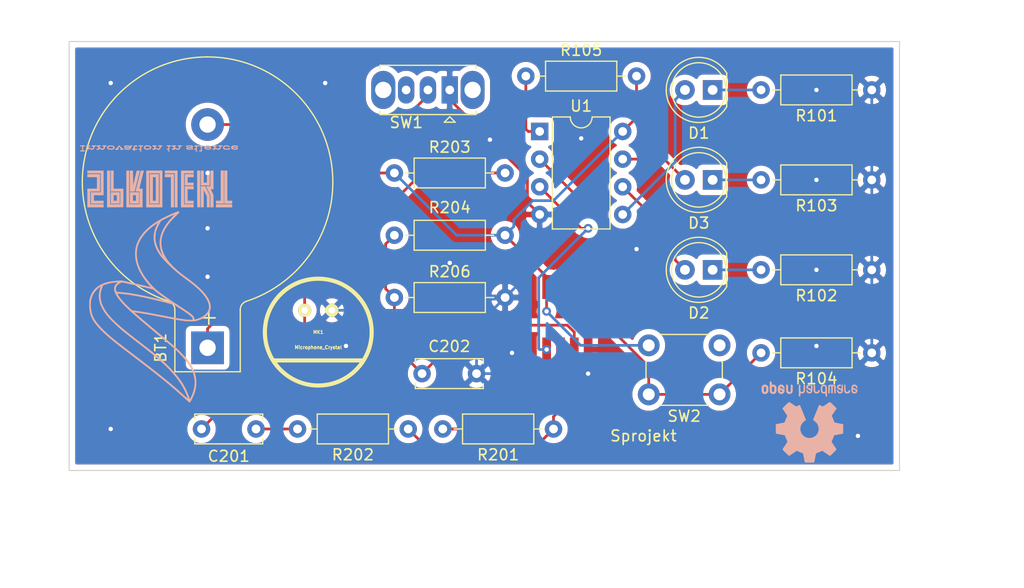
<source format=kicad_pcb>
(kicad_pcb (version 20171130) (host pcbnew "(5.1.4)-1")
  (layers (0 F.Cu signal) (31 B.Cu signal) (34 B.Paste user) (35 F.Paste user) (36 B.SilkS user) (37 F.SilkS user) (38 B.Mask user) (39 F.Mask user) (44 Edge.Cuts user))
  (net 0 "")
  (net 1 "Net-(BT1-Pad2)")
  (net 2 "Net-(C201-Pad1)")
  (net 3 "Net-(C201-Pad2)")
  (net 4 "Net-(C202-Pad1)")
  (net 5 "Net-(D1-Pad2)")
  (net 6 "Net-(D1-Pad1)")
  (net 7 "Net-(D2-Pad1)")
  (net 8 "Net-(D2-Pad2)")
  (net 9 "Net-(D3-Pad2)")
  (net 10 "Net-(D3-Pad1)")
  (net 11 "Net-(R201-Pad1)")
  (net 12 "Net-(R201-Pad2)")
  (net 13 "Net-(R104-Pad2)")
  (net 14 GND)
  (net 15 "Net-(R105-Pad1)")
  (net 16 VCC)
  (module Resistor_THT:R_Axial_DIN0207_L6.3mm_D2.5mm_P10.16mm_Horizontal (layer F.Cu) (at 182.245 113.03 180)
    (fp_text reference R204 (at 5.08 2.54) (layer F.SilkS))
    (fp_text value 10k)
    (pad 1 thru_hole circle (at 0 0 180) (size 1.6 1.6) (drill 0.8) (layers *.Cu *.Mask) (net 16 VCC))
    (pad 2 thru_hole oval (at 10.16 0 180) (size 1.6 1.6) (drill 0.8) (layers *.Cu *.Mask) (net 4 "Net-(C202-Pad1)"))
  )
  (module "Soundsensor Digital:logo4" (layer B.Cu) (at 150.495 116.84)
    (fp_text reference G*** hide)
    (fp_text value LOGO hide)
  )
  (module Symbol:OSHW-Logo2_9.8x8mm_SilkScreen (layer B.Cu) (at 210.185 130.175)
    (fp_text reference REF** hide)
    (fp_text value OSHW-Logo2_9.8x8mm_SilkScreen hide)
  )
  (module Battery:BatteryHolder_Keystone_103_1x20mm (layer F.Cu) (at 154.94 123.36 90)
    (fp_text reference BT1 (at 0 -4.3 90) (layer F.SilkS))
    (fp_text value Battery_Cell)
    (fp_text user + (at 2.75 0 90) (layer F.SilkS) (effects (font (size 1.5 1.5))))
    (pad 2 thru_hole circle (at 20.49 0 90) (size 3 3) (drill 1.5) (layers *.Cu *.Mask) (net 1 "Net-(BT1-Pad2)"))
    (pad 1 thru_hole rect (at 0 0 90) (size 3 3) (drill 1.5) (layers *.Cu *.Mask) (net 16 VCC))
  )
  (module LED_THT:LED_D5.0mm (layer F.Cu) (at 201.295 99.695 180)
    (fp_text reference D1 (at 1.27 -3.96) (layer F.SilkS))
    (fp_text value LED)
    (pad 1 thru_hole rect (at 0 0 180) (size 1.8 1.8) (drill 0.9) (layers *.Cu *.Mask) (net 6 "Net-(D1-Pad1)"))
    (pad 2 thru_hole circle (at 2.54 0 180) (size 1.8 1.8) (drill 0.9) (layers *.Cu *.Mask) (net 5 "Net-(D1-Pad2)"))
  )
  (module LED_THT:LED_D5.0mm (layer F.Cu) (at 201.295 116.205 180)
    (fp_text reference D2 (at 1.27 -3.96) (layer F.SilkS))
    (fp_text value LED)
    (pad 2 thru_hole circle (at 2.54 0 180) (size 1.8 1.8) (drill 0.9) (layers *.Cu *.Mask) (net 8 "Net-(D2-Pad2)"))
    (pad 1 thru_hole rect (at 0 0 180) (size 1.8 1.8) (drill 0.9) (layers *.Cu *.Mask) (net 7 "Net-(D2-Pad1)"))
  )
  (module LED_THT:LED_D5.0mm (layer F.Cu) (at 201.295 107.95 180)
    (fp_text reference D3 (at 1.27 -3.96) (layer F.SilkS))
    (fp_text value LED)
    (pad 1 thru_hole rect (at 0 0 180) (size 1.8 1.8) (drill 0.9) (layers *.Cu *.Mask) (net 10 "Net-(D3-Pad1)"))
    (pad 2 thru_hole circle (at 2.54 0 180) (size 1.8 1.8) (drill 0.9) (layers *.Cu *.Mask) (net 9 "Net-(D3-Pad2)"))
  )
  (module Resistor_THT:R_Axial_DIN0207_L6.3mm_D2.5mm_P10.16mm_Horizontal (layer F.Cu) (at 215.9 99.695 180)
    (fp_text reference R101 (at 5.08 -2.37) (layer F.SilkS))
    (fp_text value R)
    (pad 1 thru_hole circle (at 0 0 180) (size 1.6 1.6) (drill 0.8) (layers *.Cu *.Mask) (net 14 GND))
    (pad 2 thru_hole oval (at 10.16 0 180) (size 1.6 1.6) (drill 0.8) (layers *.Cu *.Mask) (net 6 "Net-(D1-Pad1)"))
  )
  (module Resistor_THT:R_Axial_DIN0207_L6.3mm_D2.5mm_P10.16mm_Horizontal (layer F.Cu) (at 215.9 116.205 180)
    (fp_text reference R102 (at 5.08 -2.37) (layer F.SilkS))
    (fp_text value R)
    (pad 2 thru_hole oval (at 10.16 0 180) (size 1.6 1.6) (drill 0.8) (layers *.Cu *.Mask) (net 7 "Net-(D2-Pad1)"))
    (pad 1 thru_hole circle (at 0 0 180) (size 1.6 1.6) (drill 0.8) (layers *.Cu *.Mask) (net 14 GND))
  )
  (module Resistor_THT:R_Axial_DIN0207_L6.3mm_D2.5mm_P10.16mm_Horizontal (layer F.Cu) (at 215.9 107.95 180)
    (fp_text reference R103 (at 5.08 -2.37) (layer F.SilkS))
    (fp_text value R)
    (pad 1 thru_hole circle (at 0 0 180) (size 1.6 1.6) (drill 0.8) (layers *.Cu *.Mask) (net 14 GND))
    (pad 2 thru_hole oval (at 10.16 0 180) (size 1.6 1.6) (drill 0.8) (layers *.Cu *.Mask) (net 10 "Net-(D3-Pad1)"))
  )
  (module Resistor_THT:R_Axial_DIN0207_L6.3mm_D2.5mm_P10.16mm_Horizontal (layer F.Cu) (at 215.9 123.825 180)
    (fp_text reference R104 (at 5.08 -2.37) (layer F.SilkS))
    (fp_text value 10K)
    (pad 2 thru_hole oval (at 10.16 0 180) (size 1.6 1.6) (drill 0.8) (layers *.Cu *.Mask) (net 13 "Net-(R104-Pad2)"))
    (pad 1 thru_hole circle (at 0 0 180) (size 1.6 1.6) (drill 0.8) (layers *.Cu *.Mask) (net 14 GND))
  )
  (module Resistor_THT:R_Axial_DIN0207_L6.3mm_D2.5mm_P10.16mm_Horizontal (layer F.Cu) (at 184.15 98.425)
    (fp_text reference R105 (at 5.08 -2.37) (layer F.SilkS))
    (fp_text value 10k)
    (pad 2 thru_hole oval (at 10.16 0) (size 1.6 1.6) (drill 0.8) (layers *.Cu *.Mask) (net 16 VCC))
    (pad 1 thru_hole circle (at 0 0) (size 1.6 1.6) (drill 0.8) (layers *.Cu *.Mask) (net 15 "Net-(R105-Pad1)"))
  )
  (module Resistor_THT:R_Axial_DIN0207_L6.3mm_D2.5mm_P10.16mm_Horizontal (layer F.Cu) (at 186.69 130.81 180)
    (fp_text reference R201 (at 5.08 -2.37) (layer F.SilkS))
    (fp_text value 830k)
    (pad 1 thru_hole circle (at 0 0 180) (size 1.6 1.6) (drill 0.8) (layers *.Cu *.Mask) (net 11 "Net-(R201-Pad1)"))
    (pad 2 thru_hole oval (at 10.16 0 180) (size 1.6 1.6) (drill 0.8) (layers *.Cu *.Mask) (net 12 "Net-(R201-Pad2)"))
  )
  (module Resistor_THT:R_Axial_DIN0207_L6.3mm_D2.5mm_P10.16mm_Horizontal (layer F.Cu) (at 173.355 130.81 180)
    (fp_text reference R202 (at 5.08 -2.37) (layer F.SilkS))
    (fp_text value 10k)
    (pad 1 thru_hole circle (at 0 0 180) (size 1.6 1.6) (drill 0.8) (layers *.Cu *.Mask) (net 11 "Net-(R201-Pad1)"))
    (pad 2 thru_hole oval (at 10.16 0 180) (size 1.6 1.6) (drill 0.8) (layers *.Cu *.Mask) (net 2 "Net-(C201-Pad1)"))
  )
  (module Resistor_THT:R_Axial_DIN0207_L6.3mm_D2.5mm_P10.16mm_Horizontal (layer F.Cu) (at 172.085 107.315)
    (fp_text reference R203 (at 5.08 -2.37) (layer F.SilkS))
    (fp_text value 2.2k)
    (pad 2 thru_hole oval (at 10.16 0) (size 1.6 1.6) (drill 0.8) (layers *.Cu *.Mask) (net 3 "Net-(C201-Pad2)"))
    (pad 1 thru_hole circle (at 0 0) (size 1.6 1.6) (drill 0.8) (layers *.Cu *.Mask) (net 16 VCC))
  )
  (module Resistor_THT:R_Axial_DIN0207_L6.3mm_D2.5mm_P10.16mm_Horizontal (layer F.Cu) (at 172.085 118.745)
    (fp_text reference R206 (at 5.08 -2.37) (layer F.SilkS))
    (fp_text value 10K)
    (pad 2 thru_hole oval (at 10.16 0) (size 1.6 1.6) (drill 0.8) (layers *.Cu *.Mask) (net 14 GND))
    (pad 1 thru_hole circle (at 0 0) (size 1.6 1.6) (drill 0.8) (layers *.Cu *.Mask) (net 4 "Net-(C202-Pad1)"))
  )
  (module Button_Switch_THT:SW_Slide_1P2T_CK_OS102011MS2Q (layer F.Cu) (at 177.165 99.695 180)
    (fp_text reference SW1 (at 3.99 -2.99) (layer F.SilkS))
    (fp_text value SW_SPST)
    (pad 1 thru_hole rect (at 0 0 180) (size 1.5 2.5) (drill 0.8) (layers *.Cu *.Mask) (net 14 GND))
    (pad 2 thru_hole oval (at 2 0 180) (size 1.5 2.5) (drill 0.8) (layers *.Cu *.Mask) (net 1 "Net-(BT1-Pad2)"))
    (pad 3 thru_hole oval (at 4 0 180) (size 1.5 2.5) (drill 0.8) (layers *.Cu *.Mask))
    (pad "" thru_hole oval (at -2.1 0 180) (size 2.2 3.5) (drill 1.5) (layers *.Cu *.Mask))
    (pad "" thru_hole oval (at 6.1 0 180) (size 2.2 3.5) (drill 1.5) (layers *.Cu *.Mask))
  )
  (module Button_Switch_THT:SW_PUSH_6mm (layer F.Cu) (at 201.93 127.635 180)
    (fp_text reference SW2 (at 3.25 -2) (layer F.SilkS))
    (fp_text value SW_Push)
    (pad 2 thru_hole circle (at 0 4.5 270) (size 2 2) (drill 1.1) (layers *.Cu *.Mask) (net 16 VCC))
    (pad 1 thru_hole circle (at 0 0 270) (size 2 2) (drill 1.1) (layers *.Cu *.Mask) (net 13 "Net-(R104-Pad2)"))
    (pad 2 thru_hole circle (at 6.5 4.5 270) (size 2 2) (drill 1.1) (layers *.Cu *.Mask) (net 16 VCC))
    (pad 1 thru_hole circle (at 6.5 0 270) (size 2 2) (drill 1.1) (layers *.Cu *.Mask) (net 13 "Net-(R104-Pad2)"))
  )
  (module Package_DIP:DIP-8_W7.62mm (layer F.Cu) (at 185.42 103.505)
    (fp_text reference U1 (at 3.81 -2.33) (layer F.SilkS))
    (fp_text value ATtiny13A-PU)
    (pad 1 thru_hole rect (at 0 0) (size 1.6 1.6) (drill 0.8) (layers *.Cu *.Mask) (net 15 "Net-(R105-Pad1)"))
    (pad 5 thru_hole oval (at 7.62 7.62) (size 1.6 1.6) (drill 0.8) (layers *.Cu *.Mask) (net 5 "Net-(D1-Pad2)"))
    (pad 2 thru_hole oval (at 0 2.54) (size 1.6 1.6) (drill 0.8) (layers *.Cu *.Mask) (net 13 "Net-(R104-Pad2)"))
    (pad 6 thru_hole oval (at 7.62 5.08) (size 1.6 1.6) (drill 0.8) (layers *.Cu *.Mask) (net 8 "Net-(D2-Pad2)"))
    (pad 3 thru_hole oval (at 0 5.08) (size 1.6 1.6) (drill 0.8) (layers *.Cu *.Mask) (net 12 "Net-(R201-Pad2)"))
    (pad 7 thru_hole oval (at 7.62 2.54) (size 1.6 1.6) (drill 0.8) (layers *.Cu *.Mask) (net 9 "Net-(D3-Pad2)"))
    (pad 4 thru_hole oval (at 0 7.62) (size 1.6 1.6) (drill 0.8) (layers *.Cu *.Mask) (net 14 GND))
    (pad 8 thru_hole oval (at 7.62 0) (size 1.6 1.6) (drill 0.8) (layers *.Cu *.Mask) (net 16 VCC))
  )
  (module kicad-libraries-master:SO-8 (layer F.Cu) (at 187.96254 120.65)
    (fp_text reference U2)
    (fp_text value OPA2347)
    (pad 1 smd rect (at -1.90246 2.86766 180) (size 0.79756 2.19964) (layers F.Cu F.Paste F.Mask) (net 12 "Net-(R201-Pad2)"))
    (pad 2 smd rect (at -0.63246 2.86766 180) (size 0.79756 2.19964) (layers F.Cu F.Paste F.Mask) (net 11 "Net-(R201-Pad1)"))
    (pad 3 smd rect (at 0.63246 2.86766 180) (size 0.79756 2.19964) (layers F.Cu F.Paste F.Mask) (net 4 "Net-(C202-Pad1)"))
    (pad 4 smd rect (at 1.90246 2.86766 180) (size 0.79756 2.19964) (layers F.Cu F.Paste F.Mask) (net 14 GND))
    (pad 5 smd rect (at 1.90246 -2.86766) (size 0.79756 2.19964) (layers F.Cu F.Paste F.Mask))
    (pad 6 smd rect (at 0.63246 -2.86766) (size 0.79756 2.19964) (layers F.Cu F.Paste F.Mask))
    (pad 7 smd rect (at -0.63246 -2.86766) (size 0.79756 2.19964) (layers F.Cu F.Paste F.Mask))
    (pad 8 smd rect (at -1.90246 -2.86766) (size 0.79756 2.19964) (layers F.Cu F.Paste F.Mask) (net 16 VCC))
  )
  (module Capacitor_THT:C_Disc_D6.0mm_W2.5mm_P5.00mm (layer F.Cu) (at 159.385 130.81 180)
    (fp_text reference C201 (at 2.5 -2.5) (layer F.SilkS))
    (fp_text value 4.7uF)
    (pad 2 thru_hole circle (at 5 0 180) (size 1.6 1.6) (drill 0.8) (layers *.Cu *.Mask) (net 3 "Net-(C201-Pad2)"))
    (pad 1 thru_hole circle (at 0 0 180) (size 1.6 1.6) (drill 0.8) (layers *.Cu *.Mask) (net 2 "Net-(C201-Pad1)"))
  )
  (module Capacitor_THT:C_Disc_D6.0mm_W2.5mm_P5.00mm (layer F.Cu) (at 174.625 125.73)
    (fp_text reference C202 (at 2.5 -2.5) (layer F.SilkS))
    (fp_text value 4.7uF)
    (pad 1 thru_hole circle (at 0 0) (size 1.6 1.6) (drill 0.8) (layers *.Cu *.Mask) (net 4 "Net-(C202-Pad1)"))
    (pad 2 thru_hole circle (at 5 0) (size 1.6 1.6) (drill 0.8) (layers *.Cu *.Mask) (net 14 GND))
  )
  (module kicad-libraries-master:MICRO_9_7 (layer F.Cu) (at 165.1 121.92)
    (fp_text reference MK1 (at 0 0) (layer F.SilkS) (effects (font (size 0.3 0.3) (thickness 0.075))))
    (fp_text value Microphone_Crystal (at 0 1.4) (layer F.SilkS) (effects (font (size 0.3 0.3) (thickness 0.075))))
    (pad 1 thru_hole circle (at 1.25 -2) (size 1.2 1.2) (drill 0.6) (layers *.Cu *.Mask F.SilkS) (net 14 GND))
    (pad 2 thru_hole circle (at -1.25 -2) (size 1.2 1.2) (drill 0.6) (layers *.Cu *.Mask F.SilkS) (net 3 "Net-(C201-Pad2)"))
  )
  (gr_text Sprojekt (at 194.945 131.445) (layer F.SilkS) (effects (font (size 1 1))))
  (gr_line (start 142.24 134.62) (end 142.24 95.25) (layer Edge.Cuts) (width 0.1))
  (gr_line (start 218.44 134.62) (end 142.24 134.62) (layer Edge.Cuts) (width 0.1))
  (gr_line (start 218.44 95.25) (end 218.44 134.62) (layer Edge.Cuts) (width 0.1))
  (gr_line (start 142.24 95.25) (end 218.44 95.25) (layer Edge.Cuts) (width 0.1))
  (segment (start 175.165 100.195) (end 175.165 99.695) (width 0.25) (layer F.Cu) (net 1))
  (segment (start 172.49 102.87) (end 175.165 100.195) (width 0.25) (layer F.Cu) (net 1))
  (segment (start 154.94 102.87) (end 172.49 102.87) (width 0.25) (layer F.Cu) (net 1))
  (segment (start 159.385 130.81) (end 163.195 130.81) (width 0.25) (layer F.Cu) (net 2))
  (segment (start 163.85 121.345) (end 163.85 119.92) (width 0.25) (layer F.Cu) (net 3))
  (segment (start 154.385 130.81) (end 163.85 121.345) (width 0.25) (layer F.Cu) (net 3))
  (segment (start 163.85 119.92) (end 163.85 118.09) (width 0.25) (layer F.Cu) (net 3))
  (segment (start 174.625 107.315) (end 182.245 107.315) (width 0.25) (layer F.Cu) (net 3))
  (segment (start 163.85 118.09) (end 174.625 107.315) (width 0.25) (layer F.Cu) (net 3))
  (segment (start 172.085 123.19) (end 174.625 125.73) (width 0.25) (layer F.Cu) (net 4))
  (segment (start 172.085 118.745) (end 172.085 123.19) (width 0.25) (layer F.Cu) (net 4))
  (segment (start 188.595 121.92) (end 188.595 123.51766) (width 0.25) (layer F.Cu) (net 4))
  (segment (start 187.96 121.285) (end 188.595 121.92) (width 0.25) (layer F.Cu) (net 4))
  (segment (start 174.625 125.73) (end 179.07 121.285) (width 0.25) (layer F.Cu) (net 4))
  (segment (start 179.07 121.285) (end 187.96 121.285) (width 0.25) (layer F.Cu) (net 4))
  (segment (start 171.285001 117.945001) (end 172.085 118.745) (width 0.25) (layer F.Cu) (net 4))
  (segment (start 171.285001 113.829999) (end 171.285001 117.945001) (width 0.25) (layer F.Cu) (net 4))
  (segment (start 172.085 113.03) (end 171.285001 113.829999) (width 0.25) (layer F.Cu) (net 4))
  (segment (start 193.839999 110.325001) (end 193.04 111.125) (width 0.25) (layer B.Cu) (net 5))
  (segment (start 197.855001 106.309999) (end 193.839999 110.325001) (width 0.25) (layer B.Cu) (net 5))
  (segment (start 197.855001 100.594999) (end 197.855001 106.309999) (width 0.25) (layer B.Cu) (net 5))
  (segment (start 198.755 99.695) (end 197.855001 100.594999) (width 0.25) (layer B.Cu) (net 5))
  (segment (start 202.445 99.695) (end 205.74 99.695) (width 0.25) (layer B.Cu) (net 6))
  (segment (start 201.295 99.695) (end 202.445 99.695) (width 0.25) (layer B.Cu) (net 6))
  (segment (start 202.445 116.205) (end 205.74 116.205) (width 0.25) (layer B.Cu) (net 7))
  (segment (start 201.295 116.205) (end 202.445 116.205) (width 0.25) (layer B.Cu) (net 7))
  (segment (start 193.839999 109.384999) (end 193.04 108.585) (width 0.25) (layer F.Cu) (net 8))
  (segment (start 197.855001 113.400001) (end 193.839999 109.384999) (width 0.25) (layer F.Cu) (net 8))
  (segment (start 197.855001 115.305001) (end 197.855001 113.400001) (width 0.25) (layer F.Cu) (net 8))
  (segment (start 198.755 116.205) (end 197.855001 115.305001) (width 0.25) (layer F.Cu) (net 8))
  (segment (start 196.85 106.045) (end 193.04 106.045) (width 0.25) (layer F.Cu) (net 9))
  (segment (start 198.755 107.95) (end 196.85 106.045) (width 0.25) (layer F.Cu) (net 9))
  (segment (start 201.295 107.95) (end 205.74 107.95) (width 0.25) (layer B.Cu) (net 10))
  (segment (start 187.33008 124.86748) (end 187.33008 123.51766) (width 0.25) (layer F.Cu) (net 11))
  (segment (start 187.33008 129.03855) (end 187.33008 124.86748) (width 0.25) (layer F.Cu) (net 11))
  (segment (start 186.69 129.67863) (end 187.33008 129.03855) (width 0.25) (layer F.Cu) (net 11))
  (segment (start 186.69 130.81) (end 186.69 129.67863) (width 0.25) (layer F.Cu) (net 11))
  (segment (start 185.890001 131.609999) (end 186.69 130.81) (width 0.25) (layer F.Cu) (net 11))
  (segment (start 184.785 132.715) (end 185.890001 131.609999) (width 0.25) (layer F.Cu) (net 11))
  (segment (start 175.26 132.715) (end 184.785 132.715) (width 0.25) (layer F.Cu) (net 11))
  (segment (start 173.355 130.81) (end 175.26 132.715) (width 0.25) (layer F.Cu) (net 11))
  (segment (start 176.53 130.81) (end 181.61 130.81) (width 0.25) (layer F.Cu) (net 12))
  (segment (start 186.06008 126.35992) (end 186.06008 123.51766) (width 0.25) (layer F.Cu) (net 12))
  (segment (start 181.61 130.81) (end 186.06008 126.35992) (width 0.25) (layer F.Cu) (net 12))
  (segment (start 186.06008 123.51766) (end 186.06008 123.51766) (width 0.25) (layer F.Cu) (net 12))
  (via (at 186.06008 123.51766) (size 0.8) (drill 0.4) (layers F.Cu B.Cu) (net 12))
  (segment (start 185.329999 123.436359) (end 185.329999 116.930001) (width 0.25) (layer B.Cu) (net 12))
  (segment (start 186.06008 123.51766) (end 185.4113 123.51766) (width 0.25) (layer B.Cu) (net 12))
  (segment (start 185.4113 123.51766) (end 185.329999 123.436359) (width 0.25) (layer B.Cu) (net 12))
  (segment (start 185.329999 116.930001) (end 189.865 112.395) (width 0.25) (layer B.Cu) (net 12))
  (segment (start 189.865 112.395) (end 189.865 112.395) (width 0.25) (layer B.Cu) (net 12))
  (via (at 189.865 112.395) (size 0.8) (drill 0.4) (layers F.Cu B.Cu) (net 12))
  (segment (start 189.23 112.395) (end 185.42 108.585) (width 0.25) (layer F.Cu) (net 12))
  (segment (start 189.865 112.395) (end 189.23 112.395) (width 0.25) (layer F.Cu) (net 12))
  (segment (start 201.93 127) (end 201.93 127.635) (width 0.25) (layer F.Cu) (net 13))
  (segment (start 195.43 127.635) (end 201.93 127.635) (width 0.25) (layer F.Cu) (net 13))
  (segment (start 191.77 112.395) (end 185.42 106.045) (width 0.25) (layer F.Cu) (net 13))
  (segment (start 191.77 121.436002) (end 191.77 112.395) (width 0.25) (layer F.Cu) (net 13))
  (segment (start 195.43 127.635) (end 195.43 125.096002) (width 0.25) (layer F.Cu) (net 13))
  (segment (start 195.43 125.096002) (end 191.77 121.436002) (width 0.25) (layer F.Cu) (net 13))
  (segment (start 201.93 127.635) (end 205.74 123.825) (width 0.25) (layer F.Cu) (net 13))
  (segment (start 215.9 99.695) (end 215.9 107.95) (width 0.25) (layer B.Cu) (net 14))
  (segment (start 215.9 107.95) (end 215.9 116.205) (width 0.25) (layer B.Cu) (net 14))
  (segment (start 213.36 125.73) (end 189.865 125.73) (width 0.25) (layer B.Cu) (net 14))
  (segment (start 189.865 125.73) (end 179.625 125.73) (width 0.25) (layer B.Cu) (net 14))
  (via (at 189.865 125.73) (size 0.8) (drill 0.4) (layers F.Cu B.Cu) (net 14))
  (segment (start 189.865 125.73) (end 189.865 123.51766) (width 0.25) (layer F.Cu) (net 14))
  (segment (start 173.815 119.92) (end 166.35 119.92) (width 0.25) (layer B.Cu) (net 14))
  (segment (start 179.625 125.73) (end 173.815 119.92) (width 0.25) (layer B.Cu) (net 14))
  (segment (start 179.625 121.365) (end 182.245 118.745) (width 0.25) (layer B.Cu) (net 14))
  (segment (start 179.625 125.73) (end 179.625 121.365) (width 0.25) (layer B.Cu) (net 14))
  (segment (start 185.42 115.57) (end 185.42 111.125) (width 0.25) (layer B.Cu) (net 14))
  (segment (start 182.245 118.745) (end 185.42 115.57) (width 0.25) (layer B.Cu) (net 14))
  (segment (start 184.620001 110.325001) (end 185.42 111.125) (width 0.25) (layer F.Cu) (net 14))
  (segment (start 184.294999 109.999999) (end 184.620001 110.325001) (width 0.25) (layer F.Cu) (net 14))
  (segment (start 184.294999 107.699997) (end 184.294999 109.999999) (width 0.25) (layer F.Cu) (net 14))
  (segment (start 177.165 100.569998) (end 180.855001 104.259999) (width 0.25) (layer F.Cu) (net 14))
  (segment (start 177.165 99.695) (end 177.165 100.569998) (width 0.25) (layer F.Cu) (net 14))
  (via (at 154.94 107.315) (size 0.8) (drill 0.4) (layers F.Cu B.Cu) (net 14))
  (via (at 154.94 112.395) (size 0.8) (drill 0.4) (layers F.Cu B.Cu) (net 14))
  (via (at 154.94 116.84) (size 0.8) (drill 0.4) (layers F.Cu B.Cu) (net 14))
  (via (at 146.05 130.81) (size 0.8) (drill 0.4) (layers F.Cu B.Cu) (net 14))
  (via (at 146.05 99.06) (size 0.8) (drill 0.4) (layers F.Cu B.Cu) (net 14))
  (via (at 194.31 114.3) (size 0.8) (drill 0.4) (layers F.Cu B.Cu) (net 14))
  (via (at 182.88 123.825) (size 0.8) (drill 0.4) (layers F.Cu B.Cu) (net 14))
  (via (at 167.64 123.19) (size 0.8) (drill 0.4) (layers F.Cu B.Cu) (net 14))
  (via (at 189.23 104.14) (size 0.8) (drill 0.4) (layers F.Cu B.Cu) (net 14))
  (segment (start 180.855001 104.259999) (end 184.294999 107.699997) (width 0.25) (layer F.Cu) (net 14))
  (via (at 180.855001 104.259999) (size 0.8) (drill 0.4) (layers F.Cu B.Cu) (net 14))
  (via (at 210.82 99.695) (size 0.8) (drill 0.4) (layers F.Cu B.Cu) (net 14))
  (via (at 210.82 107.95) (size 0.8) (drill 0.4) (layers F.Cu B.Cu) (net 14))
  (via (at 210.82 116.205) (size 0.8) (drill 0.4) (layers F.Cu B.Cu) (net 14))
  (via (at 210.82 123.19) (size 0.8) (drill 0.4) (layers F.Cu B.Cu) (net 14))
  (via (at 214.63 131.445) (size 0.8) (drill 0.4) (layers F.Cu B.Cu) (net 14))
  (via (at 165.735 99.06) (size 0.8) (drill 0.4) (layers F.Cu B.Cu) (net 14))
  (via (at 177.165 115.57) (size 0.8) (drill 0.4) (layers F.Cu B.Cu) (net 14))
  (segment (start 213.995 125.73) (end 213.36 125.73) (width 0.25) (layer B.Cu) (net 14))
  (segment (start 215.9 123.825) (end 213.995 125.73) (width 0.25) (layer B.Cu) (net 14))
  (segment (start 215.9 116.205) (end 215.9 123.825) (width 0.25) (layer B.Cu) (net 14))
  (segment (start 184.37 103.505) (end 185.42 103.505) (width 0.25) (layer F.Cu) (net 15))
  (segment (start 184.15 103.285) (end 184.37 103.505) (width 0.25) (layer F.Cu) (net 15))
  (segment (start 184.15 98.425) (end 184.15 103.285) (width 0.25) (layer F.Cu) (net 15))
  (segment (start 195.43 123.135) (end 189.175 123.135) (width 0.25) (layer B.Cu) (net 16))
  (segment (start 189.175 123.135) (end 186.055 120.015) (width 0.25) (layer B.Cu) (net 16))
  (segment (start 186.055 120.015) (end 186.055 120.015) (width 0.25) (layer B.Cu) (net 16))
  (via (at 186.055 120.015) (size 0.8) (drill 0.4) (layers F.Cu B.Cu) (net 16))
  (segment (start 186.055 117.78742) (end 186.06008 117.78234) (width 0.25) (layer F.Cu) (net 16))
  (segment (start 186.055 120.015) (end 186.055 117.78742) (width 0.25) (layer F.Cu) (net 16))
  (segment (start 194.31 102.235) (end 193.04 103.505) (width 0.25) (layer F.Cu) (net 16))
  (segment (start 194.31 98.425) (end 194.31 102.235) (width 0.25) (layer F.Cu) (net 16))
  (segment (start 170.95363 107.315) (end 172.085 107.315) (width 0.25) (layer F.Cu) (net 16))
  (segment (start 169.235 107.315) (end 170.95363 107.315) (width 0.25) (layer F.Cu) (net 16))
  (segment (start 154.94 121.61) (end 169.235 107.315) (width 0.25) (layer F.Cu) (net 16))
  (segment (start 154.94 123.36) (end 154.94 121.61) (width 0.25) (layer F.Cu) (net 16))
  (segment (start 186.06008 116.84508) (end 186.06008 117.78234) (width 0.25) (layer F.Cu) (net 16))
  (segment (start 182.245 113.03) (end 186.06008 116.84508) (width 0.25) (layer F.Cu) (net 16))
  (segment (start 177.8 113.03) (end 182.245 113.03) (width 0.25) (layer B.Cu) (net 16))
  (segment (start 172.085 107.315) (end 177.8 113.03) (width 0.25) (layer B.Cu) (net 16))
  (segment (start 183.044999 112.230001) (end 183.044999 111.595001) (width 0.25) (layer B.Cu) (net 16))
  (segment (start 182.245 113.03) (end 183.044999 112.230001) (width 0.25) (layer B.Cu) (net 16))
  (segment (start 183.044999 111.595001) (end 184.785 109.855) (width 0.25) (layer B.Cu) (net 16))
  (segment (start 184.785 109.855) (end 186.69 109.855) (width 0.25) (layer B.Cu) (net 16))
  (segment (start 186.69 109.855) (end 193.04 103.505) (width 0.25) (layer B.Cu) (net 16))
  (zone (net 14) (net_name GND) (layer F.Cu) (connect_pads (clearance 0.508)) (min_thickness 0.254) (fill yes (arc_segments 32) (thermal_gap 0.508) (thermal_bridge_width 0.508))
    (polygon (pts (xy 140.97 93.98) (xy 219.71 93.345) (xy 223.52 139.065) (xy 138.43 137.795)))
  )
  (zone (net 14) (net_name GND) (layer B.Cu) (connect_pads (clearance 0.508)) (min_thickness 0.254) (fill yes (arc_segments 32) (thermal_gap 0.508) (thermal_bridge_width 0.508))
    (polygon (pts (xy 137.795 91.44) (xy 229.87 92.075) (xy 229.235 144.145) (xy 135.89 145.415)))
  )
)
</source>
